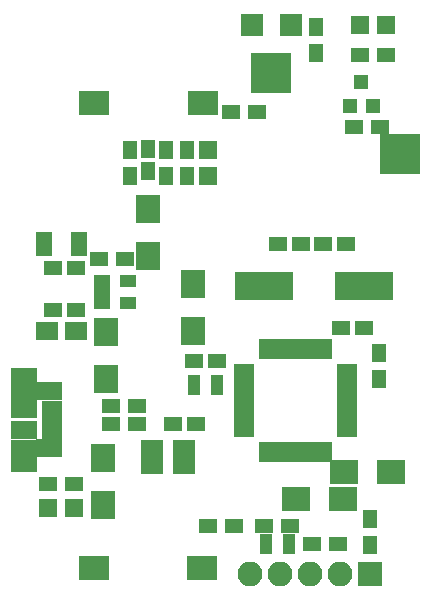
<source format=gbr>
G04 #@! TF.FileFunction,Soldermask,Top*
%FSLAX46Y46*%
G04 Gerber Fmt 4.6, Leading zero omitted, Abs format (unit mm)*
G04 Created by KiCad (PCBNEW 4.0.6) date Wed May  3 19:00:56 2017*
%MOMM*%
%LPD*%
G01*
G04 APERTURE LIST*
%ADD10C,0.050000*%
%ADD11R,1.600000X1.150000*%
%ADD12R,1.900000X1.650000*%
%ADD13R,1.400000X2.000000*%
%ADD14R,1.150000X1.600000*%
%ADD15R,1.600000X1.600000*%
%ADD16R,3.400000X3.400000*%
%ADD17R,1.600000X1.300000*%
%ADD18R,1.300000X1.600000*%
%ADD19R,2.580000X2.000000*%
%ADD20R,1.960000X1.050000*%
%ADD21R,0.650000X1.700000*%
%ADD22R,1.700000X0.650000*%
%ADD23R,4.900000X2.400000*%
%ADD24R,1.900000X1.900000*%
%ADD25R,2.400000X2.000000*%
%ADD26R,2.400000X2.100000*%
%ADD27R,2.100000X2.400000*%
%ADD28R,1.460000X1.050000*%
%ADD29R,1.100000X1.700000*%
%ADD30R,2.300000X2.775000*%
%ADD31R,2.300000X1.575000*%
%ADD32R,2.300000X1.547000*%
%ADD33R,1.780000X0.781000*%
%ADD34R,2.100000X2.100000*%
%ADD35O,2.100000X2.100000*%
%ADD36R,1.200000X1.300000*%
G04 APERTURE END LIST*
D10*
D11*
X83754000Y-115824000D03*
X81854000Y-115824000D03*
X100904000Y-110236000D03*
X102804000Y-110236000D03*
D12*
X81300000Y-117602000D03*
X83800000Y-117602000D03*
D11*
X106614000Y-110236000D03*
X104714000Y-110236000D03*
X93792000Y-120142000D03*
X95692000Y-120142000D03*
D13*
X84050000Y-110236000D03*
X81050000Y-110236000D03*
D11*
X83754000Y-112268000D03*
X81854000Y-112268000D03*
X93914000Y-125476000D03*
X92014000Y-125476000D03*
D14*
X89916000Y-104074000D03*
X89916000Y-102174000D03*
D11*
X106238000Y-117348000D03*
X108138000Y-117348000D03*
D15*
X83661208Y-132585382D03*
X81461208Y-132585382D03*
X94996000Y-102278000D03*
X94996000Y-104478000D03*
X107866000Y-91694000D03*
X110066000Y-91694000D03*
D16*
X111252000Y-102616000D03*
X100330000Y-95758000D03*
D17*
X83650000Y-130556000D03*
X81450000Y-130556000D03*
D18*
X93218000Y-104478000D03*
X93218000Y-102278000D03*
D17*
X88984000Y-125476000D03*
X86784000Y-125476000D03*
X88984000Y-123952000D03*
X86784000Y-123952000D03*
X87968000Y-111506000D03*
X85768000Y-111506000D03*
X101938000Y-134112000D03*
X99738000Y-134112000D03*
X94996000Y-134112000D03*
X97196000Y-134112000D03*
X106002000Y-135636000D03*
X103802000Y-135636000D03*
D18*
X108712000Y-135720000D03*
X108712000Y-133520000D03*
X88392000Y-102278000D03*
X88392000Y-104478000D03*
X91440000Y-104478000D03*
X91440000Y-102278000D03*
D17*
X107866000Y-94234000D03*
X110066000Y-94234000D03*
D18*
X104140000Y-91864000D03*
X104140000Y-94064000D03*
D19*
X85275200Y-137617200D03*
X94455200Y-137617200D03*
D20*
X90264000Y-127320000D03*
X90264000Y-128270000D03*
X90264000Y-129220000D03*
X92964000Y-129220000D03*
X92964000Y-127320000D03*
X92964000Y-128270000D03*
D21*
X105112000Y-119094000D03*
X104612000Y-119094000D03*
X104112000Y-119094000D03*
X103612000Y-119094000D03*
X103112000Y-119094000D03*
X102612000Y-119094000D03*
X102112000Y-119094000D03*
X101612000Y-119094000D03*
X101112000Y-119094000D03*
X100612000Y-119094000D03*
X100112000Y-119094000D03*
X99612000Y-119094000D03*
D22*
X98012000Y-120694000D03*
X98012000Y-121194000D03*
X98012000Y-121694000D03*
X98012000Y-122194000D03*
X98012000Y-122694000D03*
X98012000Y-123194000D03*
X98012000Y-123694000D03*
X98012000Y-124194000D03*
X98012000Y-124694000D03*
X98012000Y-125194000D03*
X98012000Y-125694000D03*
X98012000Y-126194000D03*
D21*
X99612000Y-127794000D03*
X100112000Y-127794000D03*
X100612000Y-127794000D03*
X101112000Y-127794000D03*
X101612000Y-127794000D03*
X102112000Y-127794000D03*
X102612000Y-127794000D03*
X103112000Y-127794000D03*
X103612000Y-127794000D03*
X104112000Y-127794000D03*
X104612000Y-127794000D03*
X105112000Y-127794000D03*
D22*
X106712000Y-126194000D03*
X106712000Y-125694000D03*
X106712000Y-125194000D03*
X106712000Y-124694000D03*
X106712000Y-124194000D03*
X106712000Y-123694000D03*
X106712000Y-123194000D03*
X106712000Y-122694000D03*
X106712000Y-122194000D03*
X106712000Y-121694000D03*
X106712000Y-121194000D03*
X106712000Y-120694000D03*
D23*
X99704000Y-113792000D03*
X108204000Y-113792000D03*
D17*
X99144000Y-99060000D03*
X96944000Y-99060000D03*
D18*
X109410500Y-121623000D03*
X109410500Y-119423000D03*
D24*
X98680000Y-91694000D03*
X101980000Y-91694000D03*
D25*
X106458000Y-129540000D03*
X110458000Y-129540000D03*
D26*
X106394000Y-131826000D03*
X102394000Y-131826000D03*
D27*
X86360000Y-121634000D03*
X86360000Y-117634000D03*
D28*
X86022000Y-113350000D03*
X86022000Y-114300000D03*
X86022000Y-115250000D03*
X88222000Y-115250000D03*
X88222000Y-113350000D03*
D27*
X93726000Y-117570000D03*
X93726000Y-113570000D03*
X89916000Y-107220000D03*
X89916000Y-111220000D03*
D29*
X95692000Y-122174000D03*
X93792000Y-122174000D03*
X101788000Y-135636000D03*
X99888000Y-135636000D03*
D30*
X79375000Y-122047000D03*
X79375000Y-128143000D03*
D31*
X79375000Y-124206000D03*
X79375000Y-125984000D03*
D32*
X81534000Y-122682000D03*
X81534000Y-127508000D03*
D33*
X81788000Y-123825000D03*
X81788000Y-124460000D03*
X81788000Y-125095000D03*
X81788000Y-125730000D03*
X81788000Y-126365000D03*
D19*
X85326000Y-98298000D03*
X94506000Y-98298000D03*
D34*
X108712000Y-138176000D03*
D35*
X106172000Y-138176000D03*
X103632000Y-138176000D03*
X101092000Y-138176000D03*
X98552000Y-138176000D03*
D27*
X86106000Y-128302000D03*
X86106000Y-132302000D03*
D36*
X107000000Y-98520000D03*
X108900000Y-98520000D03*
X107950000Y-96520000D03*
D17*
X107358000Y-100330000D03*
X109558000Y-100330000D03*
M02*

</source>
